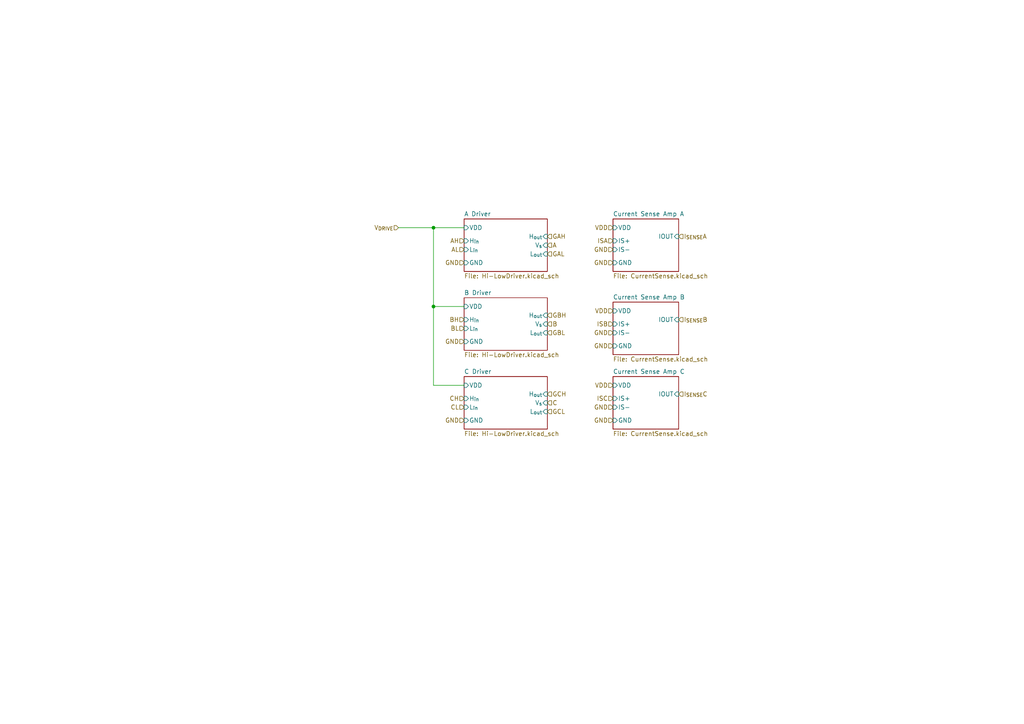
<source format=kicad_sch>
(kicad_sch (version 20211123) (generator eeschema)
  (paper "A4")
  (lib_symbols)
  (junction (at 125.73 66.04))
  (junction (at 125.73 88.9))
  (wire (pts (xy 125.73 66.04) (xy 125.73 88.9)))
  (wire (pts (xy 125.73 66.04) (xy 115.57 66.04)))
  (wire (pts (xy 134.62 111.76) (xy 125.73 111.76)))
  (wire (pts (xy 125.73 111.76) (xy 125.73 88.9)))
  (wire (pts (xy 125.73 88.9) (xy 134.62 88.9)))
  (wire (pts (xy 134.62 66.04) (xy 125.73 66.04)))
  (hierarchical_label "VDD" (shape input) (at 177.8 90.17 180))
  (hierarchical_label "V_{DRIVE}" (shape input) (at 115.57 66.04 180))
  (hierarchical_label "AL" (shape input) (at 134.62 72.39 180))
  (hierarchical_label "GBL" (shape input) (at 158.75 96.52 0))
  (hierarchical_label "ISC" (shape input) (at 177.8 115.57 180))
  (hierarchical_label "I_{SENSE}A" (shape input) (at 196.85 68.58 0))
  (hierarchical_label "A" (shape input) (at 158.75 71.12 0))
  (hierarchical_label "I_{SENSE}B" (shape input) (at 196.85 92.71 0))
  (hierarchical_label "ISA" (shape input) (at 177.8 69.85 180))
  (hierarchical_label "GCH" (shape input) (at 158.75 114.3 0))
  (hierarchical_label "BL" (shape input) (at 134.62 95.25 180))
  (hierarchical_label "GND" (shape input) (at 134.62 99.06 180))
  (hierarchical_label "I_{SENSE}C" (shape input) (at 196.85 114.3 0))
  (hierarchical_label "CL" (shape input) (at 134.62 118.11 180))
  (hierarchical_label "GND" (shape input) (at 177.8 72.39 180))
  (hierarchical_label "GND" (shape input) (at 134.62 76.2 180))
  (hierarchical_label "GAL" (shape input) (at 158.75 73.66 0))
  (hierarchical_label "GCL" (shape input) (at 158.75 119.38 0))
  (hierarchical_label "GAH" (shape input) (at 158.75 68.58 0))
  (hierarchical_label "BH" (shape input) (at 134.62 92.71 180))
  (hierarchical_label "GND" (shape input) (at 177.8 121.92 180))
  (hierarchical_label "C" (shape input) (at 158.75 116.84 0))
  (hierarchical_label "GBH" (shape input) (at 158.75 91.44 0))
  (hierarchical_label "GND" (shape input) (at 177.8 100.33 180))
  (hierarchical_label "GND" (shape input) (at 177.8 96.52 180))
  (hierarchical_label "GND" (shape input) (at 134.62 121.92 180))
  (hierarchical_label "B" (shape input) (at 158.75 93.98 0))
  (hierarchical_label "GND" (shape input) (at 177.8 76.2 180))
  (hierarchical_label "VDD" (shape input) (at 177.8 111.76 180))
  (hierarchical_label "AH" (shape input) (at 134.62 69.85 180))
  (hierarchical_label "VDD" (shape input) (at 177.8 66.04 180))
  (hierarchical_label "GND" (shape input) (at 177.8 118.11 180))
  (hierarchical_label "CH" (shape input) (at 134.62 115.57 180))
  (hierarchical_label "ISB" (shape input) (at 177.8 93.98 180))
  (sheet (at 177.8 63.5) (size 19.05 15.24) (stroke (width 0.1524))
    (property "Sheet name" "Current Sense Amp A" (at 177.8 62.7884 0) (effects (justify left bottom)))
    (property "Sheet file" "CurrentSense.kicad_sch" (at 177.8 79.3246 0) (effects (justify left top)))
    (pin "GND" input (at 177.8 76.2 180))
    (pin "IS-" input (at 177.8 72.39 180))
    (pin "IS+" input (at 177.8 69.85 180))
    (pin "IOUT" input (at 196.85 68.58 0))
    (pin "VDD" input (at 177.8 66.04 180))
  )
  (sheet (at 177.8 109.22) (size 19.05 15.24) (stroke (width 0.1524))
    (property "Sheet name" "Current Sense Amp C" (at 177.8 108.5084 0) (effects (justify left bottom)))
    (property "Sheet file" "CurrentSense.kicad_sch" (at 177.8 125.0446 0) (effects (justify left top)))
    (pin "GND" input (at 177.8 121.92 180))
    (pin "IS-" input (at 177.8 118.11 180))
    (pin "IS+" input (at 177.8 115.57 180))
    (pin "IOUT" input (at 196.85 114.3 0))
    (pin "VDD" input (at 177.8 111.76 180))
  )
  (sheet (at 177.8 87.63) (size 19.05 15.24) (stroke (width 0.1524))
    (property "Sheet name" "Current Sense Amp B" (at 177.8 86.9184 0) (effects (justify left bottom)))
    (property "Sheet file" "CurrentSense.kicad_sch" (at 177.8 103.4546 0) (effects (justify left top)))
    (pin "GND" input (at 177.8 100.33 180))
    (pin "IS-" input (at 177.8 96.52 180))
    (pin "IS+" input (at 177.8 93.98 180))
    (pin "IOUT" input (at 196.85 92.71 0))
    (pin "VDD" input (at 177.8 90.17 180))
  )
  (sheet (at 134.62 86.36) (size 24.13 15.24) (stroke (width 0.1524))
    (property "Sheet name" "B Driver" (at 134.62 85.6484 0) (effects (justify left bottom)))
    (property "Sheet file" "Hi-LowDriver.kicad_sch" (at 134.62 102.1846 0) (effects (justify left top)))
    (pin "VDD" input (at 134.62 88.9 180))
    (pin "V_{s}" input (at 158.75 93.98 0))
    (pin "L_{in}" input (at 134.62 95.25 180))
    (pin "H_{in}" input (at 134.62 92.71 180))
    (pin "GND" input (at 134.62 99.06 180))
    (pin "L_{out}" input (at 158.75 96.52 0))
    (pin "H_{out}" input (at 158.75 91.44 0))
  )
  (sheet (at 134.62 109.22) (size 24.13 15.24) (stroke (width 0.1524))
    (property "Sheet name" "C Driver" (at 134.62 108.5084 0) (effects (justify left bottom)))
    (property "Sheet file" "Hi-LowDriver.kicad_sch" (at 134.62 125.0446 0) (effects (justify left top)))
    (pin "VDD" input (at 134.62 111.76 180))
    (pin "V_{s}" input (at 158.75 116.84 0))
    (pin "L_{in}" input (at 134.62 118.11 180))
    (pin "H_{in}" input (at 134.62 115.57 180))
    (pin "GND" input (at 134.62 121.92 180))
    (pin "L_{out}" input (at 158.75 119.38 0))
    (pin "H_{out}" input (at 158.75 114.3 0))
  )
  (sheet (at 134.62 63.5) (size 24.13 15.24) (stroke (width 0.1524))
    (property "Sheet name" "A Driver" (at 134.62 62.7884 0) (effects (justify left bottom)))
    (property "Sheet file" "Hi-LowDriver.kicad_sch" (at 134.62 79.3246 0) (effects (justify left top)))
    (pin "VDD" input (at 134.62 66.04 180))
    (pin "V_{s}" input (at 158.75 71.12 0))
    (pin "L_{in}" input (at 134.62 72.39 180))
    (pin "H_{in}" input (at 134.62 69.85 180))
    (pin "GND" input (at 134.62 76.2 180))
    (pin "L_{out}" input (at 158.75 73.66 0))
    (pin "H_{out}" input (at 158.75 68.58 0))
  )
)
</source>
